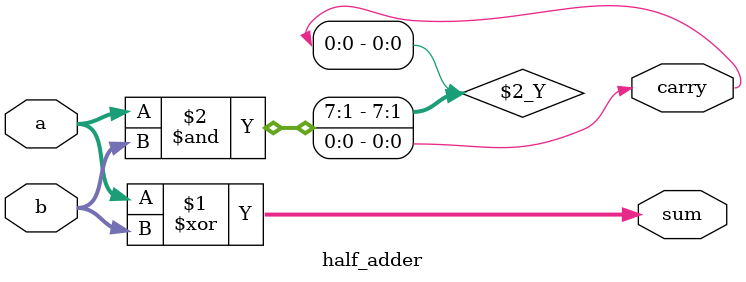
<source format=v>
module half_adder(a,b,sum,carry);
  input[7:0]a,b;
  output [7:0]sum;
  output carry;
  assign sum=a^b;
  assign carry=a&b;
endmodule

</source>
